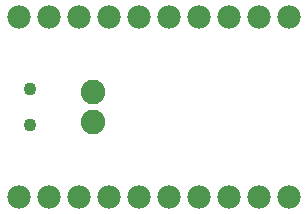
<source format=gbs>
G75*
%MOIN*%
%OFA0B0*%
%FSLAX25Y25*%
%IPPOS*%
%LPD*%
%AMOC8*
5,1,8,0,0,1.08239X$1,22.5*
%
%ADD10C,0.07800*%
%ADD11C,0.04343*%
%ADD12C,0.08200*%
D10*
X0011800Y0023933D03*
X0021800Y0023933D03*
X0031800Y0023933D03*
X0041800Y0023933D03*
X0051800Y0023933D03*
X0061800Y0023933D03*
X0071800Y0023933D03*
X0081800Y0023933D03*
X0091800Y0023933D03*
X0101800Y0023933D03*
X0101800Y0084033D03*
X0091800Y0084033D03*
X0081800Y0084033D03*
X0071800Y0084033D03*
X0061800Y0084033D03*
X0051800Y0084033D03*
X0041800Y0084033D03*
X0031800Y0084033D03*
X0021800Y0084033D03*
X0011800Y0084033D03*
D11*
X0015400Y0059889D03*
X0015400Y0048078D03*
D12*
X0036400Y0048983D03*
X0036400Y0058983D03*
M02*

</source>
